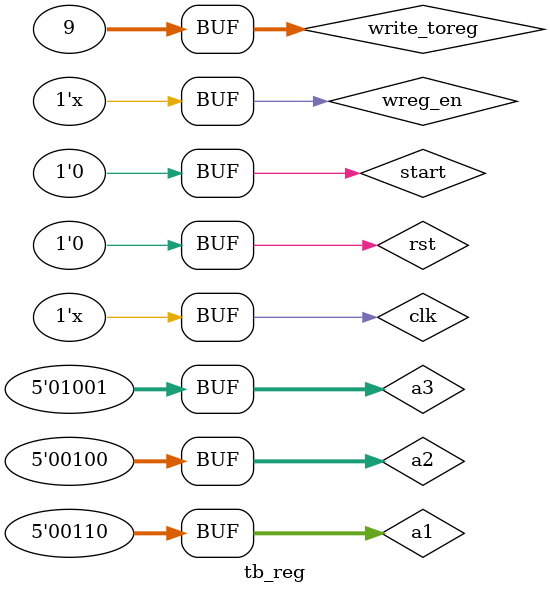
<source format=v>
`timescale 1ns / 1ps


module tb_reg(

    );
    
    reg         clk, wreg_en, rst, start;
    reg[31:0]   write_toreg;
    reg[4:0]    a1, a2, a3;
    wire[31:0]  reg_out1, reg_out2, ins;
    
    register REGISTER
    (
        .clk(clk),
        .start(start),
        .wrt_en(wreg_en),
        .rst(rst),
        .ins(ins),
        .a1(a1), 
        .a2(a2), 
        .a3(a3),
        .wrt(write_toreg),
        .rd1(reg_out1),
        .rd2(reg_out2)
    );
    
    
    initial
    begin
       clk = 1'd0;
       start = 1'd1;
       wreg_en = 1'd0; 
       write_toreg = 32'd0;
       rst = 1'd0;
       a1 = 5'd0;
       a2 = 5'd0;
       a3 = 5'd0;
    end
    
    always
    #1 clk = !clk;
   
   always
   #8 wreg_en = !wreg_en;
   
   initial
   begin
       #2 rst = 1'd1;
       #1 rst = 1'd0;
       #5 start = 1'd0;
       #7 a1 = 5'd1; a2 = 5'd3; a3 = 5'd6; write_toreg = 32'd50;
       #20 a1 = 5'd6; a2 = 5'd1; a3 = 5'd5; write_toreg = 32'd2;
       #10 a1 = 5'd7; a2 = 5'd5; a3 = 5'd4; write_toreg = 32'd7;
       #20 rst = 1'd1;
       #1 rst = 1'd0;
       #10 a1 = 5'd6; a2 = 5'd4; a3 = 5'd9; write_toreg = 32'd9;
       
       
    
    end
endmodule

</source>
